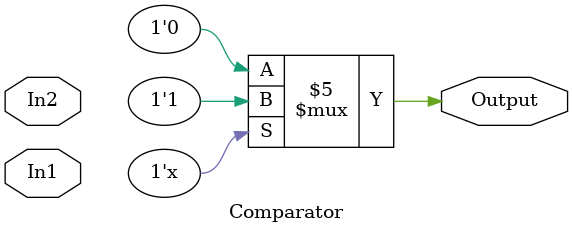
<source format=v>
module Comparator (In1 , In2 , Output);

input [31:0] In1 , In2 ;
output reg Output ;
reg [31:0] XOR_output ;

always@ (In1 or In2)
begin
XOR_output <= In1 ^ In2;
#5
if(XOR_output == 0)
Output <= 1;

else 
Output <= 0;
end 
endmodule 
</source>
